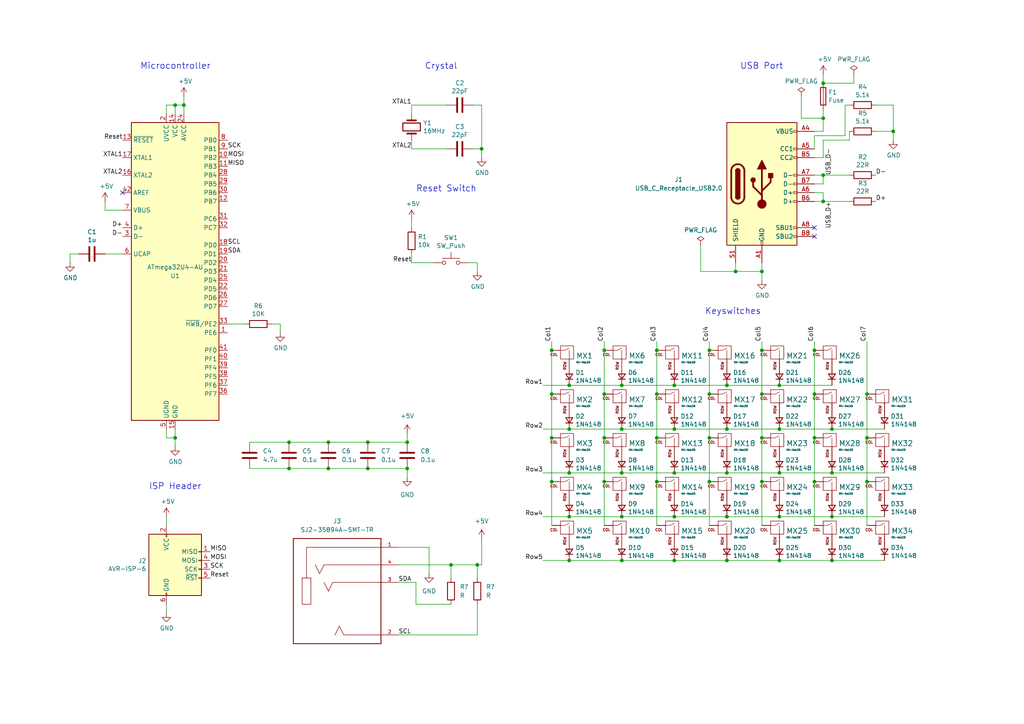
<source format=kicad_sch>
(kicad_sch (version 20211123) (generator eeschema)
  (paper "A4")
  (lib_symbols
    (symbol "Connector:AVR-ISP-6" (pin_names (offset 1.016))
      (property "Reference" "J" (at -6.35 11.43 0))
      (property "Value" "AVR-ISP-6" (at 0 11.43 0))
      (symbol "AVR-ISP-6_1_1"
        (pin passive line (at 10.16 5.08 180) (length 2.54) (name "MISO") (number "1"))
        (pin passive line (at -2.54 12.7 270) (length 2.54) (name "VCC") (number "2"))
        (pin passive line (at 10.16 0 180) (length 2.54) (name "SCK") (number "3"))
        (pin passive line (at 10.16 2.54 180) (length 2.54) (name "MOSI") (number "4"))
        (pin passive line (at 10.16 -2.54 180) (length 2.54) (name "~{RST}") (number "5"))
        (pin passive line (at -2.54 -10.16 90) (length 2.54) (name "GND") (number "6"))
      )
    )
    (symbol "Connector:USB_C_Receptacle_USB2.0" (pin_names (offset 1.016))
      (property "Reference" "J" (at -10.16 19.05 0))
      (property "Value" "USB_C_Receptacle_USB2.0" (at 19.05 19.05 0))
      (symbol "USB_C_Receptacle_USB2.0_1_1"
        (pin passive line (at 0 -22.86 90) (length 5.08) (name "GND") (number "A1"))
        (pin passive line (at 0 -22.86 90) (length 5.08) hide (name "GND") (number "A12"))
        (pin passive line (at 15.24 15.24 180) (length 5.08) (name "VBUS") (number "A4"))
        (pin bidirectional line (at 15.24 10.16 180) (length 5.08) (name "CC1") (number "A5"))
        (pin bidirectional line (at 15.24 -2.54 180) (length 5.08) (name "D+") (number "A6"))
        (pin bidirectional line (at 15.24 2.54 180) (length 5.08) (name "D-") (number "A7"))
        (pin bidirectional line (at 15.24 -12.7 180) (length 5.08) (name "SBU1") (number "A8"))
        (pin passive line (at 15.24 15.24 180) (length 5.08) hide (name "VBUS") (number "A9"))
        (pin passive line (at 0 -22.86 90) (length 5.08) hide (name "GND") (number "B1"))
        (pin passive line (at 0 -22.86 90) (length 5.08) hide (name "GND") (number "B12"))
        (pin passive line (at 15.24 15.24 180) (length 5.08) hide (name "VBUS") (number "B4"))
        (pin bidirectional line (at 15.24 7.62 180) (length 5.08) (name "CC2") (number "B5"))
        (pin bidirectional line (at 15.24 -5.08 180) (length 5.08) (name "D+") (number "B6"))
        (pin bidirectional line (at 15.24 0 180) (length 5.08) (name "D-") (number "B7"))
        (pin bidirectional line (at 15.24 -15.24 180) (length 5.08) (name "SBU2") (number "B8"))
        (pin passive line (at 15.24 15.24 180) (length 5.08) hide (name "VBUS") (number "B9"))
        (pin passive line (at -7.62 -22.86 90) (length 5.08) (name "SHIELD") (number "S1"))
      )
    )
    (symbol "Device:C" (pin_numbers hide) (pin_names (offset 0.254))
      (property "Reference" "C" (at 0.635 2.54 0))
      (property "Value" "C" (at 0.635 -2.54 0))
      (symbol "C_1_1"
        (pin passive line (at 0 3.81 270) (length 2.794) (name "~") (number "1"))
        (pin passive line (at 0 -3.81 90) (length 2.794) (name "~") (number "2"))
      )
    )
    (symbol "Device:Crystal" (pin_numbers hide) (pin_names (offset 1.016) hide)
      (property "Reference" "Y" (at 0 3.81 0))
      (property "Value" "Crystal" (at 0 -3.81 0))
      (symbol "Crystal_1_1"
        (pin passive line (at -3.81 0 0) (length 1.27) (name "1") (number "1"))
        (pin passive line (at 3.81 0 180) (length 1.27) (name "2") (number "2"))
      )
    )
    (symbol "Device:D_Small" (pin_numbers hide) (pin_names (offset 0.254) hide)
      (property "Reference" "D" (at -1.27 2.032 0))
      (property "Value" "D_Small" (at -3.81 -2.032 0))
      (symbol "D_Small_1_1"
        (pin passive line (at -2.54 0 0) (length 1.778) (name "K") (number "1"))
        (pin passive line (at 2.54 0 180) (length 1.778) (name "A") (number "2"))
      )
    )
    (symbol "Device:Fuse" (pin_numbers hide) (pin_names (offset 0))
      (property "Reference" "F" (at 2.032 0 90))
      (property "Value" "Fuse" (at -1.905 0 90))
      (symbol "Fuse_1_1"
        (pin passive line (at 0 3.81 270) (length 1.27) (name "~") (number "1"))
        (pin passive line (at 0 -3.81 90) (length 1.27) (name "~") (number "2"))
      )
    )
    (symbol "Device:R" (pin_numbers hide) (pin_names (offset 0))
      (property "Reference" "R" (at 2.032 0 90))
      (property "Value" "R" (at 0 0 90))
      (symbol "R_1_1"
        (pin passive line (at 0 3.81 270) (length 1.27) (name "~") (number "1"))
        (pin passive line (at 0 -3.81 90) (length 1.27) (name "~") (number "2"))
      )
    )
    (symbol "MCU_Microchip_ATmega:ATmega32U4-AU"
      (property "Reference" "U" (at -12.7 44.45 0))
      (property "Value" "MCU_Microchip_ATmega_ATmega32U4-AU" (at 2.54 -44.45 0))
      (symbol "ATmega32U4-AU_1_1"
        (pin bidirectional line (at 15.24 -17.78 180) (length 2.54) (name "PE6") (number "1"))
        (pin bidirectional line (at 15.24 33.02 180) (length 2.54) (name "PB2") (number "10"))
        (pin bidirectional line (at 15.24 30.48 180) (length 2.54) (name "PB3") (number "11"))
        (pin bidirectional line (at 15.24 20.32 180) (length 2.54) (name "PB7") (number "12"))
        (pin input line (at -15.24 38.1 0) (length 2.54) (name "~{RESET}") (number "13"))
        (pin power_in line (at 0 45.72 270) (length 2.54) (name "VCC") (number "14"))
        (pin power_in line (at 0 -45.72 90) (length 2.54) (name "GND") (number "15"))
        (pin output line (at -15.24 27.94 0) (length 2.54) (name "XTAL2") (number "16"))
        (pin input line (at -15.24 33.02 0) (length 2.54) (name "XTAL1") (number "17"))
        (pin bidirectional line (at 15.24 7.62 180) (length 2.54) (name "PD0") (number "18"))
        (pin bidirectional line (at 15.24 5.08 180) (length 2.54) (name "PD1") (number "19"))
        (pin power_in line (at -2.54 45.72 270) (length 2.54) (name "UVCC") (number "2"))
        (pin bidirectional line (at 15.24 2.54 180) (length 2.54) (name "PD2") (number "20"))
        (pin bidirectional line (at 15.24 0 180) (length 2.54) (name "PD3") (number "21"))
        (pin bidirectional line (at 15.24 -5.08 180) (length 2.54) (name "PD5") (number "22"))
        (pin passive line (at 0 -45.72 90) (length 2.54) hide (name "GND") (number "23"))
        (pin power_in line (at 2.54 45.72 270) (length 2.54) (name "AVCC") (number "24"))
        (pin bidirectional line (at 15.24 -2.54 180) (length 2.54) (name "PD4") (number "25"))
        (pin bidirectional line (at 15.24 -7.62 180) (length 2.54) (name "PD6") (number "26"))
        (pin bidirectional line (at 15.24 -10.16 180) (length 2.54) (name "PD7") (number "27"))
        (pin bidirectional line (at 15.24 27.94 180) (length 2.54) (name "PB4") (number "28"))
        (pin bidirectional line (at 15.24 25.4 180) (length 2.54) (name "PB5") (number "29"))
        (pin bidirectional line (at -15.24 10.16 0) (length 2.54) (name "D-") (number "3"))
        (pin bidirectional line (at 15.24 22.86 180) (length 2.54) (name "PB6") (number "30"))
        (pin bidirectional line (at 15.24 15.24 180) (length 2.54) (name "PC6") (number "31"))
        (pin bidirectional line (at 15.24 12.7 180) (length 2.54) (name "PC7") (number "32"))
        (pin bidirectional line (at 15.24 -15.24 180) (length 2.54) (name "~{HWB}/PE2") (number "33"))
        (pin passive line (at 0 45.72 270) (length 2.54) hide (name "VCC") (number "34"))
        (pin passive line (at 0 -45.72 90) (length 2.54) hide (name "GND") (number "35"))
        (pin bidirectional line (at 15.24 -35.56 180) (length 2.54) (name "PF7") (number "36"))
        (pin bidirectional line (at 15.24 -33.02 180) (length 2.54) (name "PF6") (number "37"))
        (pin bidirectional line (at 15.24 -30.48 180) (length 2.54) (name "PF5") (number "38"))
        (pin bidirectional line (at 15.24 -27.94 180) (length 2.54) (name "PF4") (number "39"))
        (pin bidirectional line (at -15.24 12.7 0) (length 2.54) (name "D+") (number "4"))
        (pin bidirectional line (at 15.24 -25.4 180) (length 2.54) (name "PF1") (number "40"))
        (pin bidirectional line (at 15.24 -22.86 180) (length 2.54) (name "PF0") (number "41"))
        (pin passive line (at -15.24 22.86 0) (length 2.54) (name "AREF") (number "42"))
        (pin passive line (at 0 -45.72 90) (length 2.54) hide (name "GND") (number "43"))
        (pin passive line (at 2.54 45.72 270) (length 2.54) hide (name "AVCC") (number "44"))
        (pin passive line (at -2.54 -45.72 90) (length 2.54) (name "UGND") (number "5"))
        (pin passive line (at -15.24 5.08 0) (length 2.54) (name "UCAP") (number "6"))
        (pin input line (at -15.24 17.78 0) (length 2.54) (name "VBUS") (number "7"))
        (pin bidirectional line (at 15.24 38.1 180) (length 2.54) (name "PB0") (number "8"))
        (pin bidirectional line (at 15.24 35.56 180) (length 2.54) (name "PB1") (number "9"))
      )
    )
    (symbol "Switch:SW_Push" (pin_numbers hide) (pin_names (offset 1.016) hide)
      (property "Reference" "SW" (at 1.27 2.54 0))
      (property "Value" "SW_Push" (at 0 -1.524 0))
      (symbol "SW_Push_0_1"
        (pin passive line (at -5.08 0 0) (length 2.54) (name "1") (number "1"))
        (pin passive line (at 5.08 0 180) (length 2.54) (name "2") (number "2"))
      )
    )
    (symbol "nikon:MX-NoLED" (pin_names (offset 1.016))
      (property "Reference" "MX" (at -0.635 3.81 0))
      (property "Value" "MX-NoLED" (at -0.635 1.27 0))
      (symbol "MX-NoLED_0_0"
        (text "COL" (at 3.175 0 0) (effects (font (size 0.762 0.762))))
        (text "ROW" (at 0 -1.905 900) (effects (font (size 0.762 0.762)) (justify right)))
      )
      (symbol "MX-NoLED_1_1"
        (pin passive line (at 3.81 1.27 180) (length 2.54) (name "COL") (number "1"))
        (pin passive line (at -1.27 -3.81 90) (length 2.54) (name "ROW") (number "2"))
      )
    )
    (symbol "nikon:SJ2-35894A-SMT-TR" (pin_names (offset 1.016) hide)
      (property "Reference" "J" (at -12.7254 15.2654 0))
      (property "Value" "SJ2-35894A-SMT-TR" (at -12.7254 -17.8054 0))
      (symbol "SJ2-35894A-SMT-TR_0_0"
        (pin passive line (at 17.78 12.7 180) (length 5.08) (name "~") (number "1"))
        (pin passive line (at 17.78 -12.7 180) (length 5.08) (name "~") (number "2"))
        (pin passive line (at 17.78 2.54 180) (length 5.08) (name "~") (number "3"))
        (pin passive line (at 17.78 7.62 180) (length 5.08) (name "~") (number "4"))
      )
    )
    (symbol "power:+5V" (power) (pin_names (offset 0))
      (property "Value" "+5V" (at 0 3.556 0))
      (symbol "+5V_1_1"
        (pin power_in line (at 0 0 90) (length 0) hide (name "+5V") (number "1"))
      )
    )
    (symbol "power:GND" (power) (pin_names (offset 0))
      (property "Value" "GND" (at 0 -3.81 0))
      (symbol "GND_1_1"
        (pin power_in line (at 0 0 270) (length 0) hide (name "GND") (number "1"))
      )
    )
    (symbol "power:PWR_FLAG" (power) (pin_numbers hide) (pin_names (offset 0) hide)
      (property "Value" "PWR_FLAG" (at 0 3.81 0))
      (symbol "PWR_FLAG_0_0"
        (pin power_out line (at 0 0 90) (length 0) (name "pwr") (number "1"))
      )
    )
  )
  (junction (at 175.26 139.7))
  (junction (at 220.98 114.3))
  (junction (at 241.3 149.86))
  (junction (at 180.34 124.46))
  (junction (at 205.74 127))
  (junction (at 165.1 137.16))
  (junction (at 175.26 114.3))
  (junction (at 220.98 127))
  (junction (at 50.8 127))
  (junction (at 180.34 137.16))
  (junction (at 195.58 162.56))
  (junction (at 95.25 128.27))
  (junction (at 83.82 128.27))
  (junction (at 175.26 127))
  (junction (at 251.46 139.7))
  (junction (at 226.06 149.86))
  (junction (at 195.58 124.46))
  (junction (at 226.06 111.76))
  (junction (at 220.98 139.7))
  (junction (at 165.1 149.86))
  (junction (at 236.22 114.3))
  (junction (at 139.7 43.18))
  (junction (at 259.08 38.1))
  (junction (at 106.68 135.89))
  (junction (at 226.06 137.16))
  (junction (at 190.5 114.3))
  (junction (at 238.76 34.29))
  (junction (at 118.11 128.27))
  (junction (at 190.5 127))
  (junction (at 118.11 135.89))
  (junction (at 160.02 139.7))
  (junction (at 160.02 114.3))
  (junction (at 238.76 24.13))
  (junction (at 53.34 30.48))
  (junction (at 241.3 124.46))
  (junction (at 180.34 149.86))
  (junction (at 106.68 128.27))
  (junction (at 175.26 101.6))
  (junction (at 205.74 139.7))
  (junction (at 130.81 163.83))
  (junction (at 220.98 78.74))
  (junction (at 241.3 137.16))
  (junction (at 180.34 111.76))
  (junction (at 195.58 137.16))
  (junction (at 251.46 127))
  (junction (at 226.06 124.46))
  (junction (at 205.74 101.6))
  (junction (at 210.82 137.16))
  (junction (at 236.22 101.6))
  (junction (at 95.25 135.89))
  (junction (at 210.82 111.76))
  (junction (at 251.46 114.3))
  (junction (at 165.1 124.46))
  (junction (at 236.22 127))
  (junction (at 50.8 30.48))
  (junction (at 210.82 149.86))
  (junction (at 190.5 139.7))
  (junction (at 213.36 78.74))
  (junction (at 83.82 135.89))
  (junction (at 190.5 101.6))
  (junction (at 220.98 101.6))
  (junction (at 210.82 162.56))
  (junction (at 236.22 139.7))
  (junction (at 165.1 111.76))
  (junction (at 195.58 149.86))
  (junction (at 210.82 124.46))
  (junction (at 241.3 162.56))
  (junction (at 180.34 162.56))
  (junction (at 160.02 127))
  (junction (at 238.76 50.8))
  (junction (at 238.76 58.42))
  (junction (at 160.02 101.6))
  (junction (at 165.1 162.56))
  (junction (at 226.06 162.56))
  (junction (at 195.58 111.76))
  (junction (at 205.74 114.3))
  (junction (at 138.43 163.83))
  (no_connect (at 236.22 68.58))
  (no_connect (at 35.56 55.88))
  (no_connect (at 236.22 66.04))
  (wire (pts (xy 220.98 114.3) (xy 220.98 127)))
  (wire (pts (xy 203.2 78.74) (xy 213.36 78.74)))
  (wire (pts (xy 66.04 93.98) (xy 71.12 93.98)))
  (wire (pts (xy 220.98 99.06) (xy 220.98 101.6)))
  (wire (pts (xy 238.76 58.42) (xy 246.38 58.42)))
  (wire (pts (xy 138.43 184.15) (xy 138.43 175.26)))
  (wire (pts (xy 165.1 124.46) (xy 180.34 124.46)))
  (wire (pts (xy 160.02 101.6) (xy 160.02 114.3)))
  (wire (pts (xy 236.22 139.7) (xy 236.22 152.4)))
  (wire (pts (xy 119.38 73.66) (xy 119.38 76.2)))
  (wire (pts (xy 175.26 114.3) (xy 175.26 127)))
  (wire (pts (xy 157.48 111.76) (xy 165.1 111.76)))
  (wire (pts (xy 157.48 124.46) (xy 165.1 124.46)))
  (wire (pts (xy 72.39 128.27) (xy 83.82 128.27)))
  (wire (pts (xy 20.32 76.2) (xy 20.32 73.66)))
  (wire (pts (xy 83.82 128.27) (xy 95.25 128.27)))
  (wire (pts (xy 241.3 162.56) (xy 256.54 162.56)))
  (wire (pts (xy 120.65 175.26) (xy 130.81 175.26)))
  (wire (pts (xy 226.06 124.46) (xy 241.3 124.46)))
  (wire (pts (xy 118.11 128.27) (xy 118.11 125.73)))
  (wire (pts (xy 48.26 30.48) (xy 50.8 30.48)))
  (wire (pts (xy 210.82 111.76) (xy 226.06 111.76)))
  (wire (pts (xy 106.68 135.89) (xy 118.11 135.89)))
  (wire (pts (xy 238.76 34.29) (xy 238.76 31.75)))
  (wire (pts (xy 236.22 43.18) (xy 236.22 39.37)))
  (wire (pts (xy 205.74 101.6) (xy 205.74 114.3)))
  (wire (pts (xy 238.76 55.88) (xy 238.76 58.42)))
  (wire (pts (xy 119.38 33.02) (xy 119.38 30.48)))
  (wire (pts (xy 35.56 73.66) (xy 30.48 73.66)))
  (wire (pts (xy 53.34 33.02) (xy 53.34 30.48)))
  (wire (pts (xy 115.57 163.83) (xy 130.81 163.83)))
  (wire (pts (xy 135.89 76.2) (xy 138.43 76.2)))
  (wire (pts (xy 157.48 149.86) (xy 165.1 149.86)))
  (wire (pts (xy 259.08 40.64) (xy 259.08 38.1)))
  (wire (pts (xy 115.57 184.15) (xy 138.43 184.15)))
  (wire (pts (xy 190.5 99.06) (xy 190.5 101.6)))
  (wire (pts (xy 246.38 40.64) (xy 246.38 38.1)))
  (wire (pts (xy 195.58 137.16) (xy 210.82 137.16)))
  (wire (pts (xy 238.76 21.59) (xy 238.76 24.13)))
  (wire (pts (xy 180.34 162.56) (xy 195.58 162.56)))
  (wire (pts (xy 81.28 96.52) (xy 81.28 93.98)))
  (wire (pts (xy 205.74 139.7) (xy 205.74 152.4)))
  (wire (pts (xy 48.26 177.8) (xy 48.26 175.26)))
  (wire (pts (xy 48.26 127) (xy 50.8 127)))
  (wire (pts (xy 118.11 135.89) (xy 118.11 138.43)))
  (wire (pts (xy 236.22 114.3) (xy 236.22 127)))
  (wire (pts (xy 236.22 127) (xy 236.22 139.7)))
  (wire (pts (xy 236.22 45.72) (xy 238.76 45.72)))
  (wire (pts (xy 130.81 163.83) (xy 130.81 167.64)))
  (wire (pts (xy 241.3 137.16) (xy 256.54 137.16)))
  (wire (pts (xy 175.26 101.6) (xy 175.26 114.3)))
  (wire (pts (xy 220.98 78.74) (xy 220.98 81.28)))
  (wire (pts (xy 157.48 137.16) (xy 165.1 137.16)))
  (wire (pts (xy 238.76 53.34) (xy 238.76 50.8)))
  (wire (pts (xy 238.76 40.64) (xy 246.38 40.64)))
  (wire (pts (xy 139.7 43.18) (xy 137.16 43.18)))
  (wire (pts (xy 236.22 38.1) (xy 238.76 38.1)))
  (wire (pts (xy 124.46 158.75) (xy 124.46 166.37)))
  (wire (pts (xy 30.48 58.42) (xy 30.48 60.96)))
  (wire (pts (xy 220.98 139.7) (xy 220.98 152.4)))
  (wire (pts (xy 236.22 58.42) (xy 238.76 58.42)))
  (wire (pts (xy 165.1 111.76) (xy 180.34 111.76)))
  (wire (pts (xy 160.02 127) (xy 160.02 139.7)))
  (wire (pts (xy 160.02 99.06) (xy 160.02 101.6)))
  (wire (pts (xy 175.26 139.7) (xy 175.26 152.4)))
  (wire (pts (xy 236.22 53.34) (xy 238.76 53.34)))
  (wire (pts (xy 195.58 149.86) (xy 210.82 149.86)))
  (wire (pts (xy 119.38 76.2) (xy 125.73 76.2)))
  (wire (pts (xy 205.74 114.3) (xy 205.74 127)))
  (wire (pts (xy 205.74 127) (xy 205.74 139.7)))
  (wire (pts (xy 210.82 124.46) (xy 226.06 124.46)))
  (wire (pts (xy 139.7 45.72) (xy 139.7 43.18)))
  (wire (pts (xy 119.38 63.5) (xy 119.38 66.04)))
  (wire (pts (xy 165.1 149.86) (xy 180.34 149.86)))
  (wire (pts (xy 139.7 43.18) (xy 139.7 30.48)))
  (wire (pts (xy 180.34 137.16) (xy 195.58 137.16)))
  (wire (pts (xy 226.06 162.56) (xy 241.3 162.56)))
  (wire (pts (xy 139.7 30.48) (xy 137.16 30.48)))
  (wire (pts (xy 175.26 99.06) (xy 175.26 101.6)))
  (wire (pts (xy 251.46 139.7) (xy 251.46 152.4)))
  (wire (pts (xy 236.22 101.6) (xy 236.22 114.3)))
  (wire (pts (xy 180.34 149.86) (xy 195.58 149.86)))
  (wire (pts (xy 50.8 127) (xy 50.8 129.54)))
  (wire (pts (xy 50.8 33.02) (xy 50.8 30.48)))
  (wire (pts (xy 259.08 30.48) (xy 259.08 38.1)))
  (wire (pts (xy 81.28 93.98) (xy 78.74 93.98)))
  (wire (pts (xy 95.25 135.89) (xy 106.68 135.89)))
  (wire (pts (xy 238.76 34.29) (xy 232.41 34.29)))
  (wire (pts (xy 251.46 99.06) (xy 251.46 114.3)))
  (wire (pts (xy 241.3 124.46) (xy 256.54 124.46)))
  (wire (pts (xy 160.02 114.3) (xy 160.02 127)))
  (wire (pts (xy 119.38 43.18) (xy 129.54 43.18)))
  (wire (pts (xy 238.76 50.8) (xy 246.38 50.8)))
  (wire (pts (xy 251.46 127) (xy 251.46 139.7)))
  (wire (pts (xy 236.22 55.88) (xy 238.76 55.88)))
  (wire (pts (xy 83.82 135.89) (xy 95.25 135.89)))
  (wire (pts (xy 226.06 149.86) (xy 241.3 149.86)))
  (wire (pts (xy 236.22 50.8) (xy 238.76 50.8)))
  (wire (pts (xy 53.34 30.48) (xy 53.34 27.94)))
  (wire (pts (xy 20.32 73.66) (xy 22.86 73.66)))
  (wire (pts (xy 190.5 139.7) (xy 190.5 152.4)))
  (wire (pts (xy 72.39 135.89) (xy 83.82 135.89)))
  (wire (pts (xy 115.57 168.91) (xy 120.65 168.91)))
  (wire (pts (xy 220.98 127) (xy 220.98 139.7)))
  (wire (pts (xy 120.65 168.91) (xy 120.65 175.26)))
  (wire (pts (xy 48.26 33.02) (xy 48.26 30.48)))
  (wire (pts (xy 220.98 101.6) (xy 220.98 114.3)))
  (wire (pts (xy 30.48 60.96) (xy 35.56 60.96)))
  (wire (pts (xy 238.76 45.72) (xy 238.76 40.64)))
  (wire (pts (xy 241.3 149.86) (xy 256.54 149.86)))
  (wire (pts (xy 138.43 163.83) (xy 138.43 167.64)))
  (wire (pts (xy 50.8 124.46) (xy 50.8 127)))
  (wire (pts (xy 138.43 163.83) (xy 139.7 163.83)))
  (wire (pts (xy 195.58 111.76) (xy 210.82 111.76)))
  (wire (pts (xy 226.06 111.76) (xy 241.3 111.76)))
  (wire (pts (xy 213.36 78.74) (xy 220.98 78.74)))
  (wire (pts (xy 226.06 137.16) (xy 241.3 137.16)))
  (wire (pts (xy 251.46 114.3) (xy 251.46 127)))
  (wire (pts (xy 210.82 149.86) (xy 226.06 149.86)))
  (wire (pts (xy 180.34 111.76) (xy 195.58 111.76)))
  (wire (pts (xy 213.36 76.2) (xy 213.36 78.74)))
  (wire (pts (xy 50.8 30.48) (xy 53.34 30.48)))
  (wire (pts (xy 165.1 162.56) (xy 180.34 162.56)))
  (wire (pts (xy 245.11 30.48) (xy 246.38 30.48)))
  (wire (pts (xy 180.34 124.46) (xy 195.58 124.46)))
  (wire (pts (xy 210.82 162.56) (xy 226.06 162.56)))
  (wire (pts (xy 160.02 139.7) (xy 160.02 152.4)))
  (wire (pts (xy 115.57 158.75) (xy 124.46 158.75)))
  (wire (pts (xy 48.26 124.46) (xy 48.26 127)))
  (wire (pts (xy 190.5 127) (xy 190.5 139.7)))
  (wire (pts (xy 236.22 39.37) (xy 245.11 39.37)))
  (wire (pts (xy 119.38 40.64) (xy 119.38 43.18)))
  (wire (pts (xy 210.82 137.16) (xy 226.06 137.16)))
  (wire (pts (xy 238.76 38.1) (xy 238.76 34.29)))
  (wire (pts (xy 195.58 124.46) (xy 210.82 124.46)))
  (wire (pts (xy 190.5 114.3) (xy 190.5 127)))
  (wire (pts (xy 48.26 149.86) (xy 48.26 152.4)))
  (wire (pts (xy 236.22 99.06) (xy 236.22 101.6)))
  (wire (pts (xy 205.74 99.06) (xy 205.74 101.6)))
  (wire (pts (xy 157.48 162.56) (xy 165.1 162.56)))
  (wire (pts (xy 130.81 163.83) (xy 138.43 163.83)))
  (wire (pts (xy 254 30.48) (xy 259.08 30.48)))
  (wire (pts (xy 119.38 30.48) (xy 129.54 30.48)))
  (wire (pts (xy 106.68 128.27) (xy 118.11 128.27)))
  (wire (pts (xy 247.65 24.13) (xy 247.65 21.59)))
  (wire (pts (xy 139.7 163.83) (xy 139.7 156.21)))
  (wire (pts (xy 238.76 24.13) (xy 247.65 24.13)))
  (wire (pts (xy 165.1 137.16) (xy 180.34 137.16)))
  (wire (pts (xy 95.25 128.27) (xy 106.68 128.27)))
  (wire (pts (xy 195.58 162.56) (xy 210.82 162.56)))
  (wire (pts (xy 245.11 39.37) (xy 245.11 30.48)))
  (wire (pts (xy 203.2 71.12) (xy 203.2 78.74)))
  (wire (pts (xy 190.5 101.6) (xy 190.5 114.3)))
  (wire (pts (xy 175.26 127) (xy 175.26 139.7)))
  (wire (pts (xy 232.41 34.29) (xy 232.41 27.94)))
  (wire (pts (xy 138.43 76.2) (xy 138.43 78.74)))
  (wire (pts (xy 259.08 38.1) (xy 254 38.1)))
  (wire (pts (xy 220.98 76.2) (xy 220.98 78.74)))
  (text "Reset Switch" (at 120.65 55.88 0) (effects (font (size 1.8 1.8)) (justify left bottom)))
  (text "Microcontroller" (at 40.64 20.32 0) (effects (font (size 1.8 1.8)) (justify left bottom)))
  (text "Crystal" (at 123.19 20.32 0) (effects (font (size 1.8 1.8)) (justify left bottom)))
  (text "Keyswitches" (at 204.47 91.44 0) (effects (font (size 1.8 1.8)) (justify left bottom)))
  (text "ISP Header" (at 43.18 142.24 0) (effects (font (size 1.8 1.8)) (justify left bottom)))
  (text "USB Port" (at 214.63 20.32 0) (effects (font (size 1.8 1.8)) (justify left bottom)))
  (label "XTAL1" (at 35.56 45.72 180))
  (label "Reset" (at 60.96 167.64 0))
  (label "Reset" (at 35.56 40.64 180))
  (label "MISO" (at 66.04 48.26 0))
  (label "USB_D+" (at 241.3 58.42 270))
  (label "D-" (at 35.56 68.58 180))
  (label "Row5" (at 157.48 162.56 180))
  (label "Col6" (at 236.22 99.06 90))
  (label "SDA" (at 115.57 168.91 0))
  (label "Row1" (at 157.48 111.76 180))
  (label "XTAL2" (at 35.56 50.8 180))
  (label "SCL" (at 115.57 184.15 0))
  (label "SDA" (at 66.04 73.66 0))
  (label "Row4" (at 157.48 149.86 180))
  (label "SCK" (at 66.04 43.18 0))
  (label "Reset" (at 119.38 76.2 180))
  (label "MOSI" (at 60.96 162.56 0))
  (label "SCL" (at 66.04 71.12 0))
  (label "MOSI" (at 66.04 45.72 0))
  (label "D+" (at 254 58.42 0))
  (label "Col3" (at 190.5 99.06 90))
  (label "XTAL1" (at 119.38 30.48 180))
  (label "Row2" (at 157.48 124.46 180))
  (label "Col5" (at 220.98 99.06 90))
  (label "XTAL2" (at 119.38 43.18 180))
  (label "SCK" (at 60.96 165.1 0))
  (label "Row3" (at 157.48 137.16 180))
  (label "MISO" (at 60.96 160.02 0))
  (label "D+" (at 35.56 66.04 180))
  (label "USB_D-" (at 241.3 50.8 90))
  (label "D-" (at 254 50.8 0))
  (label "Col7" (at 251.46 99.06 90))
  (label "Col1" (at 160.02 99.06 90))
  (label "Col4" (at 205.74 99.06 90))
  (label "Col2" (at 175.26 99.06 90))
  (symbol (lib_id "MCU_Microchip_ATmega:ATmega32U4-AU") (at 50.8 78.74 0) (unit 1)
    (property "Reference" "U1" (at 50.8 80.01 0))
    (property "Value" "ATmega32U4-AU" (at 50.8 77.47 0))
    (property "Footprint" "Package_QFP:TQFP-44_10x10mm_P0.8mm" (effects hide))
    (property "Datasheet" "http://ww1.microchip.com/downloads/en/DeviceDoc/Atmel-7766-8-bit-AVR-ATmega16U4-32U4_Datasheet.pdf" (effects hide))
  )
  (symbol (lib_id "nikon:MX-NoLED") (at 163.83 102.87 0) (mirror y) (unit 1)
    (property "Reference" "MX1" (at 167.0812 103.2002 0) (effects (font (size 1.524 1.524)) (justify right)))
    (property "Value" "MX-NoLED" (at 167.0812 105.0798 0) (effects (font (size 0.508 0.508)) (justify right)))
    (property "Footprint" "nikon:SW_Kailh_Choc_V1_1.00u" (effects hide))
  )
  (symbol (lib_id "Device:D_Small") (at 165.1 109.22 90) (unit 1)
    (property "Reference" "D1" (at 166.878 108.0516 90) (effects (justify right)))
    (property "Value" "1N4148" (at 166.878 110.363 90) (effects (justify right)))
    (property "Footprint" "Diode_SMD:D_SOD-123F" (effects hide))
  )
  (symbol (lib_id "nikon:MX-NoLED") (at 179.07 102.87 0) (mirror y) (unit 1)
    (property "Reference" "MX6" (at 182.3212 103.2002 0) (effects (font (size 1.524 1.524)) (justify right)))
    (property "Value" "MX-NoLED" (at 182.3212 105.0798 0) (effects (font (size 0.508 0.508)) (justify right)))
    (property "Footprint" "nikon:SW_Kailh_Choc_V1_1.00u" (effects hide))
  )
  (symbol (lib_id "Device:D_Small") (at 180.34 109.22 90) (unit 1)
    (property "Reference" "D6" (at 182.118 108.0516 90) (effects (justify right)))
    (property "Value" "1N4148" (at 182.118 110.363 90) (effects (justify right)))
    (property "Footprint" "Diode_SMD:D_SOD-123F" (effects hide))
  )
  (symbol (lib_id "nikon:MX-NoLED") (at 194.31 102.87 0) (mirror y) (unit 1)
    (property "Reference" "MX11" (at 197.5612 103.2002 0) (effects (font (size 1.524 1.524)) (justify right)))
    (property "Value" "MX-NoLED" (at 197.5612 105.0798 0) (effects (font (size 0.508 0.508)) (justify right)))
    (property "Footprint" "nikon:SW_Kailh_Choc_V1_1.00u" (effects hide))
  )
  (symbol (lib_id "Device:D_Small") (at 195.58 109.22 90) (unit 1)
    (property "Reference" "D11" (at 197.358 108.0516 90) (effects (justify right)))
    (property "Value" "1N4148" (at 197.358 110.363 90) (effects (justify right)))
    (property "Footprint" "Diode_SMD:D_SOD-123F" (effects hide))
  )
  (symbol (lib_id "nikon:MX-NoLED") (at 209.55 102.87 0) (mirror y) (unit 1)
    (property "Reference" "MX16" (at 212.8012 103.2002 0) (effects (font (size 1.524 1.524)) (justify right)))
    (property "Value" "MX-NoLED" (at 212.8012 105.0798 0) (effects (font (size 0.508 0.508)) (justify right)))
    (property "Footprint" "nikon:SW_Kailh_Choc_V1_1.00u" (effects hide))
  )
  (symbol (lib_id "Device:D_Small") (at 210.82 109.22 90) (unit 1)
    (property "Reference" "D16" (at 212.598 108.0516 90) (effects (justify right)))
    (property "Value" "1N4148" (at 212.598 110.363 90) (effects (justify right)))
    (property "Footprint" "Diode_SMD:D_SOD-123F" (effects hide))
  )
  (symbol (lib_id "nikon:MX-NoLED") (at 224.79 102.87 0) (mirror y) (unit 1)
    (property "Reference" "MX21" (at 228.0412 103.2002 0) (effects (font (size 1.524 1.524)) (justify right)))
    (property "Value" "MX-NoLED" (at 228.0412 105.0798 0) (effects (font (size 0.508 0.508)) (justify right)))
    (property "Footprint" "nikon:SW_Kailh_Choc_V1_1.00u" (effects hide))
  )
  (symbol (lib_id "Device:D_Small") (at 226.06 109.22 90) (unit 1)
    (property "Reference" "D21" (at 227.838 108.0516 90) (effects (justify right)))
    (property "Value" "1N4148" (at 227.838 110.363 90) (effects (justify right)))
    (property "Footprint" "Diode_SMD:D_SOD-123F" (effects hide))
  )
  (symbol (lib_id "nikon:MX-NoLED") (at 240.03 102.87 0) (mirror y) (unit 1)
    (property "Reference" "MX26" (at 243.2812 103.2002 0) (effects (font (size 1.524 1.524)) (justify right)))
    (property "Value" "MX-NoLED" (at 243.2812 105.0798 0) (effects (font (size 0.508 0.508)) (justify right)))
    (property "Footprint" "nikon:SW_Kailh_Choc_V1_1.00u" (effects hide))
  )
  (symbol (lib_id "Device:D_Small") (at 241.3 109.22 90) (unit 1)
    (property "Reference" "D26" (at 243.078 108.0516 90) (effects (justify right)))
    (property "Value" "1N4148" (at 243.078 110.363 90) (effects (justify right)))
    (property "Footprint" "Diode_SMD:D_SOD-123F" (effects hide))
  )
  (symbol (lib_id "nikon:MX-NoLED") (at 163.83 115.57 0) (mirror y) (unit 1)
    (property "Reference" "MX2" (at 167.0812 115.9002 0) (effects (font (size 1.524 1.524)) (justify right)))
    (property "Value" "MX-NoLED" (at 167.0812 117.7798 0) (effects (font (size 0.508 0.508)) (justify right)))
    (property "Footprint" "nikon:SW_Kailh_Choc_V1_1.00u" (effects hide))
  )
  (symbol (lib_id "nikon:MX-NoLED") (at 179.07 115.57 0) (mirror y) (unit 1)
    (property "Reference" "MX7" (at 182.3212 115.9002 0) (effects (font (size 1.524 1.524)) (justify right)))
    (property "Value" "MX-NoLED" (at 182.3212 117.7798 0) (effects (font (size 0.508 0.508)) (justify right)))
    (property "Footprint" "nikon:SW_Kailh_Choc_V1_1.00u" (effects hide))
  )
  (symbol (lib_id "nikon:MX-NoLED") (at 194.31 115.57 0) (mirror y) (unit 1)
    (property "Reference" "MX12" (at 197.5612 115.9002 0) (effects (font (size 1.524 1.524)) (justify right)))
    (property "Value" "MX-NoLED" (at 197.5612 117.7798 0) (effects (font (size 0.508 0.508)) (justify right)))
    (property "Footprint" "nikon:SW_Kailh_Choc_V1_1.00u" (effects hide))
  )
  (symbol (lib_id "nikon:MX-NoLED") (at 209.55 115.57 0) (mirror y) (unit 1)
    (property "Reference" "MX17" (at 212.8012 115.9002 0) (effects (font (size 1.524 1.524)) (justify right)))
    (property "Value" "MX-NoLED" (at 212.8012 117.7798 0) (effects (font (size 0.508 0.508)) (justify right)))
    (property "Footprint" "nikon:SW_Kailh_Choc_V1_1.00u" (effects hide))
  )
  (symbol (lib_id "nikon:MX-NoLED") (at 224.79 115.57 0) (mirror y) (unit 1)
    (property "Reference" "MX22" (at 228.0412 115.9002 0) (effects (font (size 1.524 1.524)) (justify right)))
    (property "Value" "MX-NoLED" (at 228.0412 117.7798 0) (effects (font (size 0.508 0.508)) (justify right)))
    (property "Footprint" "nikon:SW_Kailh_Choc_V1_1.00u" (effects hide))
  )
  (symbol (lib_id "nikon:MX-NoLED") (at 240.03 115.57 0) (mirror y) (unit 1)
    (property "Reference" "MX27" (at 243.2812 115.9002 0) (effects (font (size 1.524 1.524)) (justify right)))
    (property "Value" "MX-NoLED" (at 243.2812 117.7798 0) (effects (font (size 0.508 0.508)) (justify right)))
    (property "Footprint" "nikon:SW_Kailh_Choc_V1_1.00u" (effects hide))
  )
  (symbol (lib_id "nikon:MX-NoLED") (at 255.27 115.57 0) (mirror y) (unit 1)
    (property "Reference" "MX31" (at 258.5212 115.9002 0) (effects (font (size 1.524 1.524)) (justify right)))
    (property "Value" "MX-NoLED" (at 258.5212 117.7798 0) (effects (font (size 0.508 0.508)) (justify right)))
    (property "Footprint" "nikon:SW_Kailh_Choc_V1_1.50u" (effects hide))
  )
  (symbol (lib_id "Device:D_Small") (at 165.1 121.92 90) (unit 1)
    (property "Reference" "D2" (at 166.878 120.7516 90) (effects (justify right)))
    (property "Value" "1N4148" (at 166.878 123.063 90) (effects (justify right)))
    (property "Footprint" "Diode_SMD:D_SOD-123F" (effects hide))
  )
  (symbol (lib_id "Device:D_Small") (at 180.34 121.92 90) (unit 1)
    (property "Reference" "D7" (at 182.118 120.7516 90) (effects (justify right)))
    (property "Value" "1N4148" (at 182.118 123.063 90) (effects (justify right)))
    (property "Footprint" "Diode_SMD:D_SOD-123F" (effects hide))
  )
  (symbol (lib_id "Device:D_Small") (at 195.58 121.92 90) (unit 1)
    (property "Reference" "D12" (at 197.358 120.7516 90) (effects (justify right)))
    (property "Value" "1N4148" (at 197.358 123.063 90) (effects (justify right)))
    (property "Footprint" "Diode_SMD:D_SOD-123F" (effects hide))
  )
  (symbol (lib_id "Device:D_Small") (at 210.82 121.92 90) (unit 1)
    (property "Reference" "D17" (at 212.598 120.7516 90) (effects (justify right)))
    (property "Value" "1N4148" (at 212.598 123.063 90) (effects (justify right)))
    (property "Footprint" "Diode_SMD:D_SOD-123F" (effects hide))
  )
  (symbol (lib_id "Device:D_Small") (at 226.06 121.92 90) (unit 1)
    (property "Reference" "D22" (at 227.838 120.7516 90) (effects (justify right)))
    (property "Value" "1N4148" (at 227.838 123.063 90) (effects (justify right)))
    (property "Footprint" "Diode_SMD:D_SOD-123F" (effects hide))
  )
  (symbol (lib_id "Device:D_Small") (at 241.3 121.92 90) (unit 1)
    (property "Reference" "D27" (at 243.078 120.7516 90) (effects (justify right)))
    (property "Value" "1N4148" (at 243.078 123.063 90) (effects (justify right)))
    (property "Footprint" "Diode_SMD:D_SOD-123F" (effects hide))
  )
  (symbol (lib_id "Device:D_Small") (at 256.54 121.92 90) (unit 1)
    (property "Reference" "D31" (at 258.318 120.7516 90) (effects (justify right)))
    (property "Value" "1N4148" (at 258.318 123.063 90) (effects (justify right)))
    (property "Footprint" "Diode_SMD:D_SOD-123F" (effects hide))
  )
  (symbol (lib_id "nikon:MX-NoLED") (at 163.83 128.27 0) (mirror y) (unit 1)
    (property "Reference" "MX3" (at 167.0812 128.6002 0) (effects (font (size 1.524 1.524)) (justify right)))
    (property "Value" "MX-NoLED" (at 167.0812 130.4798 0) (effects (font (size 0.508 0.508)) (justify right)))
    (property "Footprint" "nikon:SW_Kailh_Choc_V1_1.00u" (effects hide))
  )
  (symbol (lib_id "nikon:MX-NoLED") (at 179.07 128.27 0) (mirror y) (unit 1)
    (property "Reference" "MX8" (at 182.3212 128.6002 0) (effects (font (size 1.524 1.524)) (justify right)))
    (property "Value" "MX-NoLED" (at 182.3212 130.4798 0) (effects (font (size 0.508 0.508)) (justify right)))
    (property "Footprint" "nikon:SW_Kailh_Choc_V1_1.00u" (effects hide))
  )
  (symbol (lib_id "nikon:MX-NoLED") (at 194.31 128.27 0) (mirror y) (unit 1)
    (property "Reference" "MX13" (at 197.5612 128.6002 0) (effects (font (size 1.524 1.524)) (justify right)))
    (property "Value" "MX-NoLED" (at 197.5612 130.4798 0) (effects (font (size 0.508 0.508)) (justify right)))
    (property "Footprint" "nikon:SW_Kailh_Choc_V1_1.00u" (effects hide))
  )
  (symbol (lib_id "nikon:MX-NoLED") (at 209.55 128.27 0) (mirror y) (unit 1)
    (property "Reference" "MX18" (at 212.8012 128.6002 0) (effects (font (size 1.524 1.524)) (justify right)))
    (property "Value" "MX-NoLED" (at 212.8012 130.4798 0) (effects (font (size 0.508 0.508)) (justify right)))
    (property "Footprint" "nikon:SW_Kailh_Choc_V1_1.00u" (effects hide))
  )
  (symbol (lib_id "nikon:MX-NoLED") (at 224.79 128.27 0) (mirror y) (unit 1)
    (property "Reference" "MX23" (at 228.0412 128.6002 0) (effects (font (size 1.524 1.524)) (justify right)))
    (property "Value" "MX-NoLED" (at 228.0412 130.4798 0) (effects (font (size 0.508 0.508)) (justify right)))
    (property "Footprint" "nikon:SW_Kailh_Choc_V1_1.00u" (effects hide))
  )
  (symbol (lib_id "nikon:MX-NoLED") (at 240.03 128.27 0) (mirror y) (unit 1)
    (property "Reference" "MX28" (at 243.2812 128.6002 0) (effects (font (size 1.524 1.524)) (justify right)))
    (property "Value" "MX-NoLED" (at 243.2812 130.4798 0) (effects (font (size 0.508 0.508)) (justify right)))
    (property "Footprint" "nikon:SW_Kailh_Choc_V1_1.00u" (effects hide))
  )
  (symbol (lib_id "Device:D_Small") (at 165.1 134.62 90) (unit 1)
    (property "Reference" "D3" (at 166.878 133.4516 90) (effects (justify right)))
    (property "Value" "1N4148" (at 166.878 135.763 90) (effects (justify right)))
    (property "Footprint" "Diode_SMD:D_SOD-123F" (effects hide))
  )
  (symbol (lib_id "Device:D_Small") (at 180.34 134.62 90) (unit 1)
    (property "Reference" "D8" (at 182.118 133.4516 90) (effects (justify right)))
    (property "Value" "1N4148" (at 182.118 135.763 90) (effects (justify right)))
    (property "Footprint" "Diode_SMD:D_SOD-123F" (effects hide))
  )
  (symbol (lib_id "Device:D_Small") (at 195.58 134.62 90) (unit 1)
    (property "Reference" "D13" (at 197.358 133.4516 90) (effects (justify right)))
    (property "Value" "1N4148" (at 197.358 135.763 90) (effects (justify right)))
    (property "Footprint" "Diode_SMD:D_SOD-123F" (effects hide))
  )
  (symbol (lib_id "Device:D_Small") (at 210.82 134.62 90) (unit 1)
    (property "Reference" "D18" (at 212.598 133.4516 90) (effects (justify right)))
    (property "Value" "1N4148" (at 212.598 135.763 90) (effects (justify right)))
    (property "Footprint" "Diode_SMD:D_SOD-123F" (effects hide))
  )
  (symbol (lib_id "Device:D_Small") (at 226.06 134.62 90) (unit 1)
    (property "Reference" "D23" (at 227.838 133.4516 90) (effects (justify right)))
    (property "Value" "1N4148" (at 227.838 135.763 90) (effects (justify right)))
    (property "Footprint" "Diode_SMD:D_SOD-123F" (effects hide))
  )
  (symbol (lib_id "Device:D_Small") (at 241.3 134.62 90) (unit 1)
    (property "Reference" "D28" (at 243.078 133.4516 90) (effects (justify right)))
    (property "Value" "1N4148" (at 243.078 135.763 90) (effects (justify right)))
    (property "Footprint" "Diode_SMD:D_SOD-123F" (effects hide))
  )
  (symbol (lib_id "nikon:MX-NoLED") (at 163.83 140.97 0) (mirror y) (unit 1)
    (property "Reference" "MX4" (at 167.0812 141.3002 0) (effects (font (size 1.524 1.524)) (justify right)))
    (property "Value" "MX-NoLED" (at 167.0812 143.1798 0) (effects (font (size 0.508 0.508)) (justify right)))
    (property "Footprint" "nikon:SW_Kailh_Choc_V1_1.00u" (effects hide))
  )
  (symbol (lib_id "nikon:MX-NoLED") (at 179.07 140.97 0) (mirror y) (unit 1)
    (property "Reference" "MX9" (at 182.3212 141.3002 0) (effects (font (size 1.524 1.524)) (justify right)))
    (property "Value" "MX-NoLED" (at 182.3212 143.1798 0) (effects (font (size 0.508 0.508)) (justify right)))
    (property "Footprint" "nikon:SW_Kailh_Choc_V1_1.00u" (effects hide))
  )
  (symbol (lib_id "nikon:MX-NoLED") (at 194.31 140.97 0) (mirror y) (unit 1)
    (property "Reference" "MX14" (at 197.5612 141.3002 0) (effects (font (size 1.524 1.524)) (justify right)))
    (property "Value" "MX-NoLED" (at 197.5612 143.1798 0) (effects (font (size 0.508 0.508)) (justify right)))
    (property "Footprint" "nikon:SW_Kailh_Choc_V1_1.00u" (effects hide))
  )
  (symbol (lib_id "nikon:MX-NoLED") (at 209.55 140.97 0) (mirror y) (unit 1)
    (property "Reference" "MX19" (at 212.8012 141.3002 0) (effects (font (size 1.524 1.524)) (justify right)))
    (property "Value" "MX-NoLED" (at 212.8012 143.1798 0) (effects (font (size 0.508 0.508)) (justify right)))
    (property "Footprint" "nikon:SW_Kailh_Choc_V1_1.00u" (effects hide))
  )
  (symbol (lib_id "nikon:MX-NoLED") (at 224.79 140.97 0) (mirror y) (unit 1)
    (property "Reference" "MX24" (at 228.0412 141.3002 0) (effects (font (size 1.524 1.524)) (justify right)))
    (property "Value" "MX-NoLED" (at 228.0412 143.1798 0) (effects (font (size 0.508 0.508)) (justify right)))
    (property "Footprint" "nikon:SW_Kailh_Choc_V1_1.00u" (effects hide))
  )
  (symbol (lib_id "nikon:MX-NoLED") (at 240.03 140.97 0) (mirror y) (unit 1)
    (property "Reference" "MX29" (at 243.2812 141.3002 0) (effects (font (size 1.524 1.524)) (justify right)))
    (property "Value" "MX-NoLED" (at 243.2812 143.1798 0) (effects (font (size 0.508 0.508)) (justify right)))
    (property "Footprint" "nikon:SW_Kailh_Choc_V1_1.00u" (effects hide))
  )
  (symbol (lib_id "nikon:MX-NoLED") (at 255.27 140.97 0) (mirror y) (unit 1)
    (property "Reference" "MX33" (at 258.5212 141.3002 0) (effects (font (size 1.524 1.524)) (justify right)))
    (property "Value" "MX-NoLED" (at 258.5212 143.1798 0) (effects (font (size 0.508 0.508)) (justify right)))
    (property "Footprint" "nikon:SW_Kailh_Choc_V1_1.50u" (effects hide))
  )
  (symbol (lib_id "Device:D_Small") (at 165.1 147.32 90) (unit 1)
    (property "Reference" "D4" (at 166.878 146.1516 90) (effects (justify right)))
    (property "Value" "1N4148" (at 166.878 148.463 90) (effects (justify right)))
    (property "Footprint" "Diode_SMD:D_SOD-123F" (effects hide))
  )
  (symbol (lib_id "Device:D_Small") (at 180.34 147.32 90) (unit 1)
    (property "Reference" "D9" (at 182.118 146.1516 90) (effects (justify right)))
    (property "Value" "1N4148" (at 182.118 148.463 90) (effects (justify right)))
    (property "Footprint" "Diode_SMD:D_SOD-123F" (effects hide))
  )
  (symbol (lib_id "Device:D_Small") (at 195.58 147.32 90) (unit 1)
    (property "Reference" "D14" (at 197.358 146.1516 90) (effects (justify right)))
    (property "Value" "1N4148" (at 197.358 148.463 90) (effects (justify right)))
    (property "Footprint" "Diode_SMD:D_SOD-123F" (effects hide))
  )
  (symbol (lib_id "Device:D_Small") (at 210.82 147.32 90) (unit 1)
    (property "Reference" "D19" (at 212.598 146.1516 90) (effects (justify right)))
    (property "Value" "1N4148" (at 212.598 148.463 90) (effects (justify right)))
    (property "Footprint" "Diode_SMD:D_SOD-123F" (effects hide))
  )
  (symbol (lib_id "Device:D_Small") (at 226.06 147.32 90) (unit 1)
    (property "Reference" "D24" (at 227.838 146.1516 90) (effects (justify right)))
    (property "Value" "1N4148" (at 227.838 148.463 90) (effects (justify right)))
    (property "Footprint" "Diode_SMD:D_SOD-123F" (effects hide))
  )
  (symbol (lib_id "Device:D_Small") (at 241.3 147.32 90) (unit 1)
    (property "Reference" "D29" (at 243.078 146.1516 90) (effects (justify right)))
    (property "Value" "1N4148" (at 243.078 148.463 90) (effects (justify right)))
    (property "Footprint" "Diode_SMD:D_SOD-123F" (effects hide))
  )
  (symbol (lib_id "Device:D_Small") (at 256.54 147.32 90) (unit 1)
    (property "Reference" "D33" (at 258.318 146.1516 90) (effects (justify right)))
    (property "Value" "1N4148" (at 258.318 148.463 90) (effects (justify right)))
    (property "Footprint" "Diode_SMD:D_SOD-123F" (effects hide))
  )
  (symbol (lib_id "nikon:MX-NoLED") (at 255.27 128.27 0) (mirror y) (unit 1)
    (property "Reference" "MX32" (at 258.5212 128.6002 0) (effects (font (size 1.524 1.524)) (justify right)))
    (property "Value" "MX-NoLED" (at 258.5212 130.4798 0) (effects (font (size 0.508 0.508)) (justify right)))
    (property "Footprint" "nikon:SW_Kailh_Choc_V1_1.50u" (effects hide))
  )
  (symbol (lib_id "Device:D_Small") (at 256.54 134.62 90) (unit 1)
    (property "Reference" "D32" (at 258.318 133.4516 90) (effects (justify right)))
    (property "Value" "1N4148" (at 258.318 135.763 90) (effects (justify right)))
    (property "Footprint" "Diode_SMD:D_SOD-123F" (effects hide))
  )
  (symbol (lib_id "nikon:MX-NoLED") (at 163.83 153.67 0) (mirror y) (unit 1)
    (property "Reference" "MX5" (at 167.0812 154.0002 0) (effects (font (size 1.524 1.524)) (justify right)))
    (property "Value" "MX-NoLED" (at 167.0812 155.8798 0) (effects (font (size 0.508 0.508)) (justify right)))
    (property "Footprint" "nikon:SW_Kailh_Choc_V1_1.00u" (effects hide))
  )
  (symbol (lib_id "nikon:MX-NoLED") (at 179.07 153.67 0) (mirror y) (unit 1)
    (property "Reference" "MX10" (at 182.3212 154.0002 0) (effects (font (size 1.524 1.524)) (justify right)))
    (property "Value" "MX-NoLED" (at 182.3212 155.8798 0) (effects (font (size 0.508 0.508)) (justify right)))
    (property "Footprint" "nikon:SW_Kailh_Choc_V1_1.00u" (effects hide))
  )
  (symbol (lib_id "nikon:MX-NoLED") (at 194.31 153.67 0) (mirror y) (unit 1)
    (property "Reference" "MX15" (at 197.5612 154.0002 0) (effects (font (size 1.524 1.524)) (justify right)))
    (property "Value" "MX-NoLED" (at 197.5612 155.8798 0) (effects (font (size 0.508 0.508)) (justify right)))
    (property "Footprint" "nikon:SW_Kailh_Choc_V1_1.00u" (effects hide))
  )
  (symbol (lib_id "nikon:MX-NoLED") (at 209.55 153.67 0) (mirror y) (unit 1)
    (property "Reference" "MX20" (at 212.8012 154.0002 0) (effects (font (size 1.524 1.524)) (justify right)))
    (property "Value" "MX-NoLED" (at 212.8012 155.8798 0) (effects (font (size 0.508 0.508)) (justify right)))
    (property "Footprint" "nikon:SW_Kailh_Choc_V1_1.50u" (effects hide))
  )
  (symbol (lib_id "nikon:MX-NoLED") (at 224.79 153.67 0) (mirror y) (unit 1)
    (property "Reference" "MX25" (at 228.0412 154.0002 0) (effects (font (size 1.524 1.524)) (justify right)))
    (property "Value" "MX-NoLED" (at 228.0412 155.8798 0) (effects (font (size 0.508 0.508)) (justify right)))
    (property "Footprint" "nikon:SW_Kailh_Choc_V1_1.50u" (effects hide))
  )
  (symbol (lib_id "nikon:MX-NoLED") (at 240.03 153.67 0) (mirror y) (unit 1)
    (property "Reference" "MX30" (at 243.2812 154.0002 0) (effects (font (size 1.524 1.524)) (justify right)))
    (property "Value" "MX-NoLED" (at 243.2812 155.8798 0) (effects (font (size 0.508 0.508)) (justify right)))
    (property "Footprint" "nikon:SW_Kailh_Choc_V1_1.50u" (effects hide))
  )
  (symbol (lib_id "nikon:MX-NoLED") (at 255.27 153.67 0) (mirror y) (unit 1)
    (property "Reference" "MX34" (at 258.5212 154.0002 0) (effects (font (size 1.524 1.524)) (justify right)))
    (property "Value" "MX-NoLED" (at 258.5212 155.8798 0) (effects (font (size 0.508 0.508)) (justify right)))
    (property "Footprint" "nikon:SW_Kailh_Choc_V1_1.50u" (effects hide))
  )
  (symbol (lib_id "Device:D_Small") (at 165.1 160.02 90) (unit 1)
    (property "Reference" "D5" (at 166.878 158.8516 90) (effects (justify right)))
    (property "Value" "1N4148" (at 166.878 161.163 90) (effects (justify right)))
    (property "Footprint" "Diode_SMD:D_SOD-123F" (effects hide))
  )
  (symbol (lib_id "Device:D_Small") (at 180.34 160.02 90) (unit 1)
    (property "Reference" "D10" (at 182.118 158.8516 90) (effects (justify right)))
    (property "Value" "1N4148" (at 182.118 161.163 90) (effects (justify right)))
    (property "Footprint" "Diode_SMD:D_SOD-123F" (effects hide))
  )
  (symbol (lib_id "Device:D_Small") (at 195.58 160.02 90) (unit 1)
    (property "Reference" "D15" (at 197.358 158.8516 90) (effects (justify right)))
    (property "Value" "1N4148" (at 197.358 161.163 90) (effects (justify right)))
    (property "Footprint" "Diode_SMD:D_SOD-123F" (effects hide))
  )
  (symbol (lib_id "Device:D_Small") (at 210.82 160.02 90) (unit 1)
    (property "Reference" "D20" (at 212.598 158.8516 90) (effects (justify right)))
    (property "Value" "1N4148" (at 212.598 161.163 90) (effects (justify right)))
    (property "Footprint" "Diode_SMD:D_SOD-123F" (effects hide))
  )
  (symbol (lib_id "Device:D_Small") (at 226.06 160.02 90) (unit 1)
    (property "Reference" "D25" (at 227.838 158.8516 90) (effects (justify right)))
    (property "Value" "1N4148" (at 227.838 161.163 90) (effects (justify right)))
    (property "Footprint" "Diode_SMD:D_SOD-123F" (effects hide))
  )
  (symbol (lib_id "Device:D_Small") (at 241.3 160.02 90) (unit 1)
    (property "Reference" "D30" (at 243.078 158.8516 90) (effects (justify right)))
    (property "Value" "1N4148" (at 243.078 161.163 90) (effects (justify right)))
    (property "Footprint" "Diode_SMD:D_SOD-123F" (effects hide))
  )
  (symbol (lib_id "Device:D_Small") (at 256.54 160.02 90) (unit 1)
    (property "Reference" "D34" (at 258.318 158.8516 90) (effects (justify right)))
    (property "Value" "1N4148" (at 258.318 161.163 90) (effects (justify right)))
    (property "Footprint" "Diode_SMD:D_SOD-123F" (effects hide))
  )
  (symbol (lib_id "Connector:USB_C_Receptacle_USB2.0") (at 220.98 53.34 0) (unit 1)
    (property "Reference" "J1" (at 196.85 52.07 0))
    (property "Value" "USB_C_Receptacle_USB2.0" (at 196.85 54.61 0))
    (property "Footprint" "nikon:USB_C_GCT_USB4085" (effects hide))
    (property "Datasheet" "https://www.usb.org/sites/default/files/documents/usb_type-c.zip" (effects hide))
  )
  (symbol (lib_id "Switch:SW_Push") (at 130.81 76.2 0) (unit 1)
    (property "Reference" "SW1" (at 130.81 68.961 0))
    (property "Value" "SW_Push" (at 130.81 71.2724 0))
    (property "Footprint" "Button_Switch_SMD:SW_Push_1P1T_NO_CK_KMR2" (effects hide))
  )
  (symbol (lib_id "Device:R") (at 74.93 93.98 90) (unit 1)
    (property "Reference" "R6" (at 74.93 88.7222 90))
    (property "Value" "10K" (at 74.93 91.0336 90))
    (property "Footprint" "Resistor_SMD:R_0805_2012Metric_Pad1.20x1.40mm_HandSolder" (effects hide))
  )
  (symbol (lib_id "power:GND") (at 81.28 96.52 0) (unit 1)
    (property "Reference" "#PWR0101" (effects hide))
    (property "Value" "GND" (at 81.407 100.9142 0))
  )
  (symbol (lib_id "Device:C") (at 26.67 73.66 270) (unit 1)
    (property "Reference" "C1" (at 26.67 67.2592 90))
    (property "Value" "1u" (at 26.67 69.5706 90))
    (property "Footprint" "Capacitor_SMD:C_0805_2012Metric_Pad1.18x1.45mm_HandSolder" (effects hide))
  )
  (symbol (lib_id "power:GND") (at 20.32 76.2 0) (unit 1)
    (property "Reference" "#PWR0102" (effects hide))
    (property "Value" "GND" (at 20.447 80.5942 0))
  )
  (symbol (lib_id "power:+5V") (at 30.48 58.42 0) (unit 1)
    (property "Reference" "#PWR0103" (effects hide))
    (property "Value" "+5V" (at 30.861 54.0258 0))
  )
  (symbol (lib_id "power:+5V") (at 53.34 27.94 0) (unit 1)
    (property "Reference" "#PWR0104" (effects hide))
    (property "Value" "+5V" (at 53.721 23.5458 0))
  )
  (symbol (lib_id "power:GND") (at 50.8 129.54 0) (unit 1)
    (property "Reference" "#PWR0105" (effects hide))
    (property "Value" "GND" (at 50.927 133.9342 0))
  )
  (symbol (lib_id "Device:Crystal") (at 119.38 36.83 270) (unit 1)
    (property "Reference" "Y1" (at 122.7074 35.6616 90) (effects (justify left)))
    (property "Value" "16MHz" (at 122.7074 37.973 90) (effects (justify left)))
    (property "Footprint" "Crystal:Crystal_SMD_Abracon_ABM3-2Pin_5.0x3.2mm_HandSoldering" (effects hide))
  )
  (symbol (lib_id "Device:C") (at 133.35 30.48 270) (unit 1)
    (property "Reference" "C2" (at 133.35 24.0792 90))
    (property "Value" "22pF" (at 133.35 26.3906 90))
    (property "Footprint" "Capacitor_SMD:C_0805_2012Metric_Pad1.18x1.45mm_HandSolder" (effects hide))
  )
  (symbol (lib_id "Device:C") (at 133.35 43.18 270) (unit 1)
    (property "Reference" "C3" (at 133.35 36.7792 90))
    (property "Value" "22pF" (at 133.35 39.0906 90))
    (property "Footprint" "Capacitor_SMD:C_0805_2012Metric_Pad1.18x1.45mm_HandSolder" (effects hide))
  )
  (symbol (lib_id "power:GND") (at 139.7 45.72 0) (unit 1)
    (property "Reference" "#PWR0106" (effects hide))
    (property "Value" "GND" (at 139.827 50.1142 0))
  )
  (symbol (lib_id "power:GND") (at 220.98 81.28 0) (unit 1)
    (property "Reference" "#PWR0107" (effects hide))
    (property "Value" "GND" (at 221.107 85.6742 0))
  )
  (symbol (lib_id "power:PWR_FLAG") (at 203.2 71.12 0) (unit 1)
    (property "Reference" "#FLG0101" (effects hide))
    (property "Value" "PWR_FLAG" (at 203.2 66.7258 0))
  )
  (symbol (lib_id "Device:R") (at 250.19 58.42 270) (unit 1)
    (property "Reference" "R3" (at 250.19 53.1622 90))
    (property "Value" "22R" (at 250.19 55.4736 90))
    (property "Footprint" "Resistor_SMD:R_0805_2012Metric_Pad1.20x1.40mm_HandSolder" (effects hide))
  )
  (symbol (lib_id "Device:R") (at 250.19 50.8 270) (unit 1)
    (property "Reference" "R2" (at 250.19 45.5422 90))
    (property "Value" "22R" (at 250.19 47.8536 90))
    (property "Footprint" "Resistor_SMD:R_0805_2012Metric_Pad1.20x1.40mm_HandSolder" (effects hide))
  )
  (symbol (lib_id "Device:R") (at 250.19 30.48 270) (unit 1)
    (property "Reference" "R4" (at 250.19 25.2222 90))
    (property "Value" "5.1k" (at 250.19 27.5336 90))
    (property "Footprint" "Resistor_SMD:R_0805_2012Metric_Pad1.20x1.40mm_HandSolder" (effects hide))
  )
  (symbol (lib_id "Device:R") (at 250.19 38.1 270) (unit 1)
    (property "Reference" "R5" (at 250.19 32.8422 90))
    (property "Value" "5.1k" (at 250.19 35.1536 90))
    (property "Footprint" "Resistor_SMD:R_0805_2012Metric_Pad1.20x1.40mm_HandSolder" (effects hide))
  )
  (symbol (lib_id "power:GND") (at 259.08 40.64 0) (unit 1)
    (property "Reference" "#PWR0108" (effects hide))
    (property "Value" "GND" (at 259.207 45.0342 0))
  )
  (symbol (lib_id "Device:Fuse") (at 238.76 27.94 0) (unit 1)
    (property "Reference" "F1" (at 240.284 26.7716 0) (effects (justify left)))
    (property "Value" "Fuse" (at 240.284 29.083 0) (effects (justify left)))
    (property "Footprint" "Fuse:Fuse_0805_2012Metric_Pad1.15x1.40mm_HandSolder" (effects hide))
  )
  (symbol (lib_id "power:PWR_FLAG") (at 232.41 27.94 0) (unit 1)
    (property "Reference" "#FLG0102" (effects hide))
    (property "Value" "PWR_FLAG" (at 232.41 23.5458 0))
  )
  (symbol (lib_id "power:+5V") (at 238.76 21.59 0) (unit 1)
    (property "Reference" "#PWR0109" (effects hide))
    (property "Value" "+5V" (at 239.141 17.1958 0))
  )
  (symbol (lib_id "power:PWR_FLAG") (at 247.65 21.59 0) (unit 1)
    (property "Reference" "#FLG0103" (effects hide))
    (property "Value" "PWR_FLAG" (at 247.65 17.1958 0))
  )
  (symbol (lib_id "power:GND") (at 138.43 78.74 0) (unit 1)
    (property "Reference" "#PWR0110" (effects hide))
    (property "Value" "GND" (at 138.557 83.1342 0))
  )
  (symbol (lib_id "Device:R") (at 119.38 69.85 180) (unit 1)
    (property "Reference" "R1" (at 121.158 68.6816 0) (effects (justify right)))
    (property "Value" "10k" (at 121.158 70.993 0) (effects (justify right)))
    (property "Footprint" "Resistor_SMD:R_0805_2012Metric_Pad1.20x1.40mm_HandSolder" (effects hide))
  )
  (symbol (lib_id "power:+5V") (at 119.38 63.5 0) (unit 1)
    (property "Reference" "#PWR0111" (effects hide))
    (property "Value" "+5V" (at 119.761 59.1058 0))
  )
  (symbol (lib_id "Connector:AVR-ISP-6") (at 50.8 165.1 0) (unit 1)
    (property "Reference" "J2" (at 42.4434 162.6616 0) (effects (justify right)))
    (property "Value" "AVR-ISP-6" (at 42.4434 164.973 0) (effects (justify right)))
    (property "Footprint" "Connector:Tag-Connect_TC2030-IDC-NL_2x03_P1.27mm_Vertical" (effects hide))
    (property "Datasheet" " ~" (effects hide))
  )
  (symbol (lib_id "power:+5V") (at 48.26 149.86 0) (unit 1)
    (property "Reference" "#PWR0112" (effects hide))
    (property "Value" "+5V" (at 48.641 145.4658 0))
  )
  (symbol (lib_id "power:GND") (at 48.26 177.8 0) (unit 1)
    (property "Reference" "#PWR0113" (effects hide))
    (property "Value" "GND" (at 48.387 182.1942 0))
  )
  (symbol (lib_id "power:GND") (at 118.11 138.43 0) (unit 1)
    (property "Reference" "#PWR0115" (effects hide))
    (property "Value" "GND" (at 118.11 143.51 0))
  )
  (symbol (lib_id "Device:R") (at 130.81 171.45 0) (unit 1)
    (property "Reference" "R?" (at 133.35 170.1799 0) (effects (justify left)))
    (property "Value" "R" (at 133.35 172.7199 0) (effects (justify left)))
  )
  (symbol (lib_id "power:+5V") (at 139.7 156.21 0) (unit 1)
    (property "Reference" "#PWR?" (effects hide))
    (property "Value" "+5V" (at 139.7 151.13 0))
  )
  (symbol (lib_id "Device:C") (at 72.39 132.08 0) (unit 1)
    (property "Reference" "C4" (at 76.2 130.8099 0) (effects (justify left)))
    (property "Value" "4.7u" (at 76.2 133.3499 0) (effects (justify left)))
    (property "Footprint" "Capacitor_SMD:C_0805_2012Metric_Pad1.18x1.45mm_HandSolder" (effects hide))
  )
  (symbol (lib_id "Device:C") (at 118.11 132.08 0) (unit 1)
    (property "Reference" "C8" (at 121.92 130.8099 0) (effects (justify left)))
    (property "Value" "0.1u" (at 121.92 133.3499 0) (effects (justify left)))
    (property "Footprint" "Capacitor_SMD:C_0805_2012Metric_Pad1.18x1.45mm_HandSolder" (effects hide))
  )
  (symbol (lib_id "Device:R") (at 138.43 171.45 0) (unit 1)
    (property "Reference" "R?" (at 140.97 170.1799 0) (effects (justify left)))
    (property "Value" "R" (at 140.97 172.7199 0) (effects (justify left)))
  )
  (symbol (lib_id "nikon:SJ2-35894A-SMT-TR") (at 97.79 171.45 0) (unit 1)
    (property "Reference" "J3" (at 97.79 151.13 0))
    (property "Value" "SJ2-35894A-SMT-TR" (at 97.79 153.67 0))
    (property "Footprint" "CUI_SJ2-35894A-SMT-TR" (effects hide))
    (property "STANDARD" "Manufacturer recommendation" (effects hide))
    (property "PART_REV" "1.01" (effects hide))
    (property "MPN" "SJ2-35894A-SMT-TR" (effects hide))
    (property "MANUFACTURER" "CUI" (effects hide))
  )
  (symbol (lib_id "Device:C") (at 106.68 132.08 0) (unit 1)
    (property "Reference" "C7" (at 110.49 130.8099 0) (effects (justify left)))
    (property "Value" "0.1u" (at 110.49 133.3499 0) (effects (justify left)))
    (property "Footprint" "Capacitor_SMD:C_0805_2012Metric_Pad1.18x1.45mm_HandSolder" (effects hide))
  )
  (symbol (lib_id "power:GND") (at 124.46 166.37 0) (unit 1)
    (property "Reference" "#PWR?" (effects hide))
    (property "Value" "GND" (at 124.46 171.45 0))
  )
  (symbol (lib_id "Device:C") (at 95.25 132.08 0) (unit 1)
    (property "Reference" "C6" (at 99.06 130.8099 0) (effects (justify left)))
    (property "Value" "0.1u" (at 99.06 133.3499 0) (effects (justify left)))
    (property "Footprint" "Capacitor_SMD:C_0805_2012Metric_Pad1.18x1.45mm_HandSolder" (effects hide))
  )
  (symbol (lib_id "power:+5V") (at 118.11 125.73 0) (unit 1)
    (property "Reference" "#PWR0114" (effects hide))
    (property "Value" "+5V" (at 118.11 120.65 0))
  )
  (symbol (lib_id "Device:C") (at 83.82 132.08 0) (unit 1)
    (property "Reference" "C5" (at 87.63 130.8099 0) (effects (justify left)))
    (property "Value" "0.1u" (at 87.63 133.3499 0) (effects (justify left)))
    (property "Footprint" "Capacitor_SMD:C_0805_2012Metric_Pad1.18x1.45mm_HandSolder" (effects hide))
  )
)
</source>
